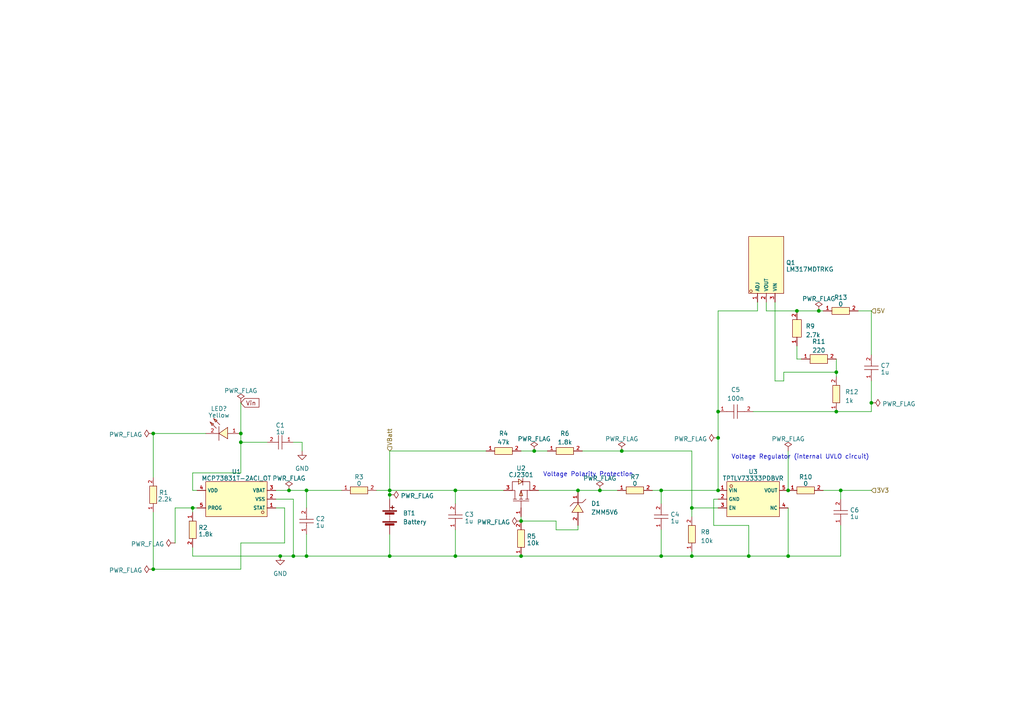
<source format=kicad_sch>
(kicad_sch (version 20230121) (generator eeschema)
  (paper "A4")
  (title_block (title "EEE3088F Power Subsystem ") (date "2023-03-18") (rev "V3") (company "University of Cape Town ") (comment 1 "Group 11") (comment 2 "Gathuku Matheri") (comment 3 "MTHMAT001"))
  (lib_symbols
    (symbol "0 resistor:0603WAF0000T5E" (pin_names hide)
      (property "Reference" "R" (at 0 1.27 0))
      (property "Value" "0603WAF0000T5E" (at 0 -2.54 0))
      (symbol "0603WAF0000T5E_0_1"
        (rectangle (start -2.54 1.016) (end 2.54 -1.016) (fill (type background)))
        (pin input line (at -5.08 0 0) (length 2.54) (name "1") (number "1"))
        (pin input line (at 5.08 0 180) (length 2.54) (name "2") (number "2"))
      )
    )
    (symbol "0402WGF4702TCE:0402WGF4702TCE" (pin_names hide)
      (property "Reference" "R" (at 0 1.27 0))
      (property "Value" "0402WGF4702TCE" (at 0 -2.54 0))
      (symbol "0402WGF4702TCE_0_1"
        (rectangle (start -2.54 1.016) (end 2.54 -1.016) (fill (type background)))
        (pin input line (at -5.08 0 0) (length 2.54) (name "1") (number "1"))
        (pin input line (at 5.08 0 180) (length 2.54) (name "2") (number "2"))
      )
    )
    (symbol "0603WAF1801T5E:0603WAF1801T5E" (pin_names hide)
      (property "Reference" "R" (at 0 1.27 0))
      (property "Value" "0603WAF1801T5E" (at 0 -2.54 0))
      (symbol "0603WAF1801T5E_0_1"
        (rectangle (start -2.54 1.016) (end 2.54 -1.016) (fill (type background)))
        (pin input line (at -5.08 0 0) (length 2.54) (name "1") (number "1"))
        (pin input line (at 5.08 0 180) (length 2.54) (name "2") (number "2"))
      )
    )
    (symbol "0805W8F1002T5E:0805W8F1002T5E" (pin_names hide)
      (property "Reference" "R" (at 0 1.27 0))
      (property "Value" "0805W8F1002T5E" (at 0 -2.54 0))
      (symbol "0805W8F1002T5E_0_1"
        (rectangle (start -2.54 1.016) (end 2.54 -1.016) (fill (type background)))
        (pin input line (at -5.08 0 0) (length 2.54) (name "1") (number "1"))
        (pin input line (at 5.08 0 180) (length 2.54) (name "2") (number "2"))
      )
    )
    (symbol "1.8k resistor:0603WAF1801T5E" (pin_names hide)
      (property "Reference" "R" (at 0 1.27 0))
      (property "Value" "0603WAF1801T5E" (at 0 -2.54 0))
      (symbol "0603WAF1801T5E_0_1"
        (rectangle (start -2.54 1.016) (end 2.54 -1.016) (fill (type background)))
        (pin input line (at -5.08 0 0) (length 2.54) (name "1") (number "1"))
        (pin input line (at 5.08 0 180) (length 2.54) (name "2") (number "2"))
      )
    )
    (symbol "10k resistor:0805W8F1002T5E" (pin_names hide)
      (property "Reference" "R" (at 0 1.27 0))
      (property "Value" "0805W8F1002T5E" (at 0 -2.54 0))
      (symbol "0805W8F1002T5E_0_1"
        (rectangle (start -2.54 1.016) (end 2.54 -1.016) (fill (type background)))
        (pin input line (at -5.08 0 0) (length 2.54) (name "1") (number "1"))
        (pin input line (at 5.08 0 180) (length 2.54) (name "2") (number "2"))
      )
    )
    (symbol "17-21SUYC_TR8:17-21SUYC_TR8" (pin_names hide)
      (property "Reference" "LED" (at 0 1.27 0))
      (property "Value" "17-21SUYC_TR8" (at 0 -2.54 0))
      (symbol "17-21SUYC_TR8_0_1"
        (polyline (pts (xy -2.032 1.524) (xy -3.81 3.302)))
        (polyline (pts (xy -1.27 2.032) (xy -1.27 -2.032)))
        (polyline (pts (xy -1.016 2.54) (xy -2.794 4.318)))
        (polyline (pts (xy -3.81 3.302) (xy -2.794 2.794) (xy -3.302 2.286) (xy -3.81 3.302)) (fill (type background)))
        (polyline (pts (xy -2.794 4.318) (xy -1.778 3.81) (xy -2.286 3.302) (xy -2.794 4.318)) (fill (type background)))
        (polyline (pts (xy 1.27 -1.524) (xy -1.27 0) (xy 1.27 1.778) (xy 1.27 -1.524)) (fill (type background)))
        (pin unspecified line (at 5.08 0 180) (length 3.81) (name "+") (number "1"))
        (pin unspecified line (at -5.08 0 0) (length 3.81) (name "-") (number "2"))
      )
    )
    (symbol "1u ceramic capacitor:CL21B105KBFNNNE" (pin_names hide)
      (property "Reference" "C" (at 0 1.27 0))
      (property "Value" "CL21B105KBFNNNE" (at 0 -2.54 0))
      (symbol "CL21B105KBFNNNE_0_1"
        (polyline (pts (xy -1.27 0) (xy -0.508 0)))
        (polyline (pts (xy -0.508 2.032) (xy -0.508 -2.032)))
        (polyline (pts (xy 0.508 0) (xy 1.27 0)))
        (polyline (pts (xy 0.508 2.032) (xy 0.508 -2.032)))
        (pin input line (at -3.81 0 0) (length 2.54) (name "1") (number "1"))
        (pin input line (at 3.81 0 180) (length 2.54) (name "2") (number "2"))
      )
    )
    (symbol "2.2k resistor:0805W8F2201T5E" (pin_names hide)
      (property "Reference" "R" (at 0 1.27 0))
      (property "Value" "0805W8F2201T5E" (at 0 -2.54 0))
      (symbol "0805W8F2201T5E_0_1"
        (rectangle (start -2.54 1.016) (end 2.54 -1.016) (fill (type background)))
        (pin input line (at -5.08 0 0) (length 2.54) (name "1") (number "1"))
        (pin input line (at 5.08 0 180) (length 2.54) (name "2") (number "2"))
      )
    )
    (symbol "3V3 Voltage Reg:TPTLV73333PDBVR"
      (property "Reference" "U" (at 0 1.27 0))
      (property "Value" "TPTLV73333PDBVR" (at 0 -2.54 0))
      (symbol "TPTLV73333PDBVR_0_1"
        (rectangle (start -7.62 5.08) (end 7.62 -5.08) (fill (type background)))
        (circle (center -6.35 3.81) (radius 0.381) (fill (type background)))
        (pin unspecified line (at -10.16 2.54 0) (length 2.54) (name "VIN") (number "1"))
        (pin unspecified line (at -10.16 0 0) (length 2.54) (name "GND") (number "2"))
        (pin unspecified line (at -10.16 -2.54 0) (length 2.54) (name "EN") (number "3"))
        (pin unspecified line (at 10.16 -2.54 180) (length 2.54) (name "NC") (number "4"))
        (pin unspecified line (at 10.16 2.54 180) (length 2.54) (name "VOUT") (number "5"))
      )
    )
    (symbol "5V Voltage Reg:LM317MDTRKG"
      (property "Reference" "Q" (at 0 1.27 0))
      (property "Value" "LM317MDTRKG" (at 0 -2.54 0))
      (symbol "LM317MDTRKG_0_1"
        (rectangle (start -6.35 5.08) (end 10.16 -5.08) (fill (type background)))
        (circle (center -5.715 4.445) (radius 0.381) (fill (type background)))
        (pin unspecified line (at -8.89 2.54 0) (length 2.54) (name "ADJ") (number "1"))
        (pin unspecified line (at -8.89 0 0) (length 2.54) (name "VOUT") (number "2"))
        (pin unspecified line (at -8.89 -2.54 0) (length 2.54) (name "VIN") (number "3"))
      )
    )
    (symbol "ARG03BTC1001:ARG03BTC1001" (pin_names hide)
      (property "Reference" "R" (at 0 1.27 0))
      (property "Value" "ARG03BTC1001" (at 0 -2.54 0))
      (symbol "ARG03BTC1001_0_1"
        (rectangle (start -2.54 1.016) (end 2.54 -1.016) (fill (type background)))
        (pin unspecified line (at -5.08 0 0) (length 2.54) (name "1") (number "1"))
        (pin unspecified line (at 5.08 0 180) (length 2.54) (name "2") (number "2"))
      )
    )
    (symbol "Battery Charger:MCP73831T-2ACI_OT"
      (property "Reference" "U" (at 0 1.27 0))
      (property "Value" "MCP73831T-2ACI_OT" (at 0 -2.54 0))
      (symbol "MCP73831T-2ACI_OT_0_1"
        (rectangle (start -8.89 5.08) (end 8.89 -5.08) (fill (type background)))
        (circle (center -7.62 3.81) (radius 0.381) (fill (type background)))
        (pin unspecified line (at -11.43 2.54 0) (length 2.54) (name "STAT") (number "1"))
        (pin unspecified line (at -11.43 0 0) (length 2.54) (name "VSS") (number "2"))
        (pin unspecified line (at -11.43 -2.54 0) (length 2.54) (name "VBAT") (number "3"))
        (pin unspecified line (at 11.43 -2.54 180) (length 2.54) (name "VDD") (number "4"))
        (pin unspecified line (at 11.43 2.54 180) (length 2.54) (name "PROG") (number "5"))
      )
    )
    (symbol "CC0603KRX7R9BB104:CC0603KRX7R9BB104" (pin_names hide)
      (property "Reference" "C" (at 0 1.27 0))
      (property "Value" "CC0603KRX7R9BB104" (at 0 -2.54 0))
      (symbol "CC0603KRX7R9BB104_0_1"
        (polyline (pts (xy -0.508 -2.032) (xy -0.508 2.032)))
        (polyline (pts (xy -0.508 0) (xy -2.54 0)))
        (polyline (pts (xy 0.508 2.032) (xy 0.508 -2.032)))
        (polyline (pts (xy 2.54 0) (xy 0.508 0)))
        (pin unspecified line (at -5.08 0 0) (length 2.54) (name "1") (number "1"))
        (pin unspecified line (at 5.08 0 180) (length 2.54) (name "2") (number "2"))
      )
    )
    (symbol "CR0603F2K70P05Z:CR0603F2K70P05Z" (pin_names hide)
      (property "Reference" "R" (at 0 1.27 0))
      (property "Value" "CR0603F2K70P05Z" (at 0 -2.54 0))
      (symbol "CR0603F2K70P05Z_0_1"
        (rectangle (start -2.54 1.27) (end 2.54 -1.27) (fill (type background)))
        (pin unspecified line (at -5.08 0 0) (length 2.54) (name "1") (number "1"))
        (pin unspecified line (at 5.08 0 180) (length 2.54) (name "2") (number "2"))
      )
    )
    (symbol "Device:Battery" (pin_numbers hide) (pin_names (offset 0) hide)
      (property "Reference" "BT" (at 2.54 2.54 0))
      (property "Value" "Battery" (at 2.54 0 0))
      (symbol "Battery_0_1"
        (rectangle (start -2.032 -1.397) (end 2.032 -1.651) (fill (type outline)))
        (rectangle (start -2.032 1.778) (end 2.032 1.524) (fill (type outline)))
        (rectangle (start -1.3208 -1.9812) (end 1.27 -2.4892) (fill (type outline)))
        (rectangle (start -1.3208 1.1938) (end 1.27 0.6858) (fill (type outline)))
        (polyline (pts (xy 0 -1.524) (xy 0 -1.27)))
        (polyline (pts (xy 0 -1.016) (xy 0 -0.762)))
        (polyline (pts (xy 0 -0.508) (xy 0 -0.254)))
        (polyline (pts (xy 0 0) (xy 0 0.254)))
        (polyline (pts (xy 0 0.508) (xy 0 0.762)))
        (polyline (pts (xy 0 1.778) (xy 0 2.54)))
        (polyline (pts (xy 0.254 2.667) (xy 1.27 2.667)) (stroke (width 0.254)))
        (polyline (pts (xy 0.762 3.175) (xy 0.762 2.159)) (stroke (width 0.254)))
      )
      (symbol "Battery_1_1"
        (pin passive line (at 0 5.08 270) (length 2.54) (name "+") (number "1"))
        (pin passive line (at 0 -5.08 90) (length 2.54) (name "-") (number "2"))
      )
    )
    (symbol "MOSFET:CJ2301" (pin_names hide)
      (property "Reference" "U" (at 0 1.27 0))
      (property "Value" "CJ2301" (at 0 -2.54 0))
      (symbol "CJ2301_0_1"
        (polyline (pts (xy -5.08 0) (xy -3.048 0)))
        (polyline (pts (xy -3.048 2.286) (xy -3.048 -2.286)))
        (polyline (pts (xy -2.54 -2.286) (xy -2.54 -1.27)))
        (polyline (pts (xy -2.54 -0.508) (xy -2.54 0.508)))
        (polyline (pts (xy -2.54 2.286) (xy -2.54 1.27)))
        (polyline (pts (xy 0 -1.778) (xy -2.54 -1.778)))
        (polyline (pts (xy 0 0) (xy -1.524 0.508) (xy -1.524 -0.508) (xy 0 0)) (fill (type background)))
        (polyline (pts (xy 1.524 -0.508) (xy 2.032 -0.508) (xy 3.048 -0.508) (xy 3.556 -0.508)))
        (polyline (pts (xy 2.54 -0.508) (xy 3.302 0.762) (xy 1.778 0.762) (xy 2.54 -0.508)) (fill (type background)))
        (polyline (pts (xy -2.54 0) (xy 0 0) (xy 0 -2.54) (xy 2.54 -2.54) (xy 2.54 -2.54) (xy 2.54 0)))
        (polyline (pts (xy -2.54 1.778) (xy 0 1.778) (xy 0 2.54) (xy 2.54 2.54) (xy 2.54 2.54) (xy 2.54 0.508)))
        (pin unspecified line (at -7.62 0 0) (length 2.54) (name "G") (number "1"))
        (pin unspecified line (at 0 -5.08 90) (length 2.54) (name "S") (number "2"))
        (pin unspecified line (at 0 5.08 270) (length 2.54) (name "D") (number "3"))
      )
    )
    (symbol "ZMM5V6:ZMM5V6" (pin_names hide)
      (property "Reference" "D" (at 0 1.27 0))
      (property "Value" "ZMM5V6" (at 0 -2.54 0))
      (symbol "ZMM5V6_0_1"
        (polyline (pts (xy -2.54 2.286) (xy -1.524 1.27) (xy -1.524 -1.27) (xy -0.508 -2.286)))
        (polyline (pts (xy 1.27 1.524) (xy -1.27 0) (xy 1.27 -1.778) (xy 1.27 1.524)) (fill (type background)))
        (pin unspecified line (at -5.08 0 0) (length 3.81) (name "C") (number "1"))
        (pin unspecified line (at 5.08 0 180) (length 3.81) (name "A") (number "2"))
      )
    )
    (symbol "power:GND" (power) (pin_names (offset 0))
      (property "Value" "GND" (at 0 -3.81 0))
      (symbol "GND_0_1"
        (polyline (pts (xy 0 0) (xy 0 -1.27) (xy 1.27 -1.27) (xy 0 -2.54) (xy -1.27 -1.27) (xy 0 -1.27)))
      )
      (symbol "GND_1_1"
        (pin power_in line (at 0 0 270) (length 0) hide (name "GND") (number "1"))
      )
    )
    (symbol "power:PWR_FLAG" (power) (pin_numbers hide) (pin_names (offset 0) hide)
      (property "Value" "PWR_FLAG" (at 0 3.81 0))
      (symbol "PWR_FLAG_0_0"
        (pin power_out line (at 0 0 90) (length 0) (name "pwr") (number "1"))
      )
      (symbol "PWR_FLAG_0_1"
        (polyline (pts (xy 0 0) (xy 0 1.27) (xy -1.016 1.905) (xy 0 2.54) (xy 1.016 1.905) (xy 0 1.27)))
      )
    )
  )
  (junction (at 191.77 161.29))
  (junction (at 242.57 119.38))
  (junction (at 113.03 143.51))
  (junction (at 231.14 90.17))
  (junction (at 180.34 130.81))
  (junction (at 44.45 125.73))
  (junction (at 208.28 119.38))
  (junction (at 55.88 147.32))
  (junction (at 151.13 161.29))
  (junction (at 208.28 142.24))
  (junction (at 242.57 107.95))
  (junction (at 83.82 142.24))
  (junction (at 69.85 128.27))
  (junction (at 200.66 147.32))
  (junction (at 81.28 161.29))
  (junction (at 252.73 116.84))
  (junction (at 44.45 165.1))
  (junction (at 237.49 90.17))
  (junction (at 154.94 130.81))
  (junction (at 217.17 161.29))
  (junction (at 167.64 142.24))
  (junction (at 132.08 161.29))
  (junction (at 88.9 142.24))
  (junction (at 243.84 142.24))
  (junction (at 151.13 151.13))
  (junction (at 200.66 161.29))
  (junction (at 113.03 161.29))
  (junction (at 208.28 127))
  (junction (at 113.03 142.24))
  (junction (at 173.99 142.24))
  (junction (at 88.9 161.29))
  (junction (at 85.09 161.29))
  (junction (at 228.6 161.29))
  (junction (at 228.6 142.24))
  (junction (at 69.85 125.73))
  (junction (at 191.77 142.24))
  (junction (at 132.08 142.24))
  (wire (pts (xy 222.25 87.63) (xy 222.25 90.17)))
  (wire (pts (xy 88.9 142.24) (xy 88.9 147.32)))
  (wire (pts (xy 161.29 153.67) (xy 161.29 151.13)))
  (wire (pts (xy 242.57 104.14) (xy 242.57 107.95)))
  (wire (pts (xy 113.03 161.29) (xy 132.08 161.29)))
  (wire (pts (xy 207.01 152.4) (xy 217.17 152.4)))
  (wire (pts (xy 88.9 161.29) (xy 113.03 161.29)))
  (wire (pts (xy 231.14 104.14) (xy 232.41 104.14)))
  (wire (pts (xy 80.01 144.78) (xy 85.09 144.78)))
  (wire (pts (xy 151.13 130.81) (xy 154.94 130.81)))
  (wire (pts (xy 82.55 157.48) (xy 69.85 157.48)))
  (wire (pts (xy 180.34 130.81) (xy 200.66 130.81)))
  (wire (pts (xy 113.03 154.94) (xy 113.03 161.29)))
  (wire (pts (xy 69.85 125.73) (xy 69.85 128.27)))
  (wire (pts (xy 113.03 142.24) (xy 132.08 142.24)))
  (wire (pts (xy 167.64 142.24) (xy 173.99 142.24)))
  (wire (pts (xy 50.8 157.48) (xy 50.8 147.32)))
  (wire (pts (xy 55.88 137.16) (xy 55.88 142.24)))
  (wire (pts (xy 88.9 142.24) (xy 99.06 142.24)))
  (wire (pts (xy 208.28 119.38) (xy 208.28 127)))
  (wire (pts (xy 200.66 160.02) (xy 200.66 161.29)))
  (wire (pts (xy 252.73 116.84) (xy 252.73 119.38)))
  (wire (pts (xy 85.09 128.27) (xy 87.63 128.27)))
  (wire (pts (xy 208.28 147.32) (xy 200.66 147.32)))
  (wire (pts (xy 231.14 90.17) (xy 237.49 90.17)))
  (wire (pts (xy 151.13 149.86) (xy 151.13 151.13)))
  (wire (pts (xy 44.45 148.59) (xy 44.45 165.1)))
  (wire (pts (xy 85.09 144.78) (xy 85.09 161.29)))
  (wire (pts (xy 55.88 142.24) (xy 57.15 142.24)))
  (wire (pts (xy 228.6 147.32) (xy 228.6 161.29)))
  (wire (pts (xy 113.03 130.81) (xy 113.03 142.24)))
  (wire (pts (xy 69.85 157.48) (xy 69.85 165.1)))
  (wire (pts (xy 69.85 116.84) (xy 69.85 125.73)))
  (wire (pts (xy 238.76 142.24) (xy 243.84 142.24)))
  (wire (pts (xy 156.21 142.24) (xy 167.64 142.24)))
  (wire (pts (xy 82.55 147.32) (xy 82.55 157.48)))
  (wire (pts (xy 248.92 90.17) (xy 252.73 90.17)))
  (wire (pts (xy 242.57 107.95) (xy 227.33 107.95)))
  (wire (pts (xy 161.29 151.13) (xy 151.13 151.13)))
  (wire (pts (xy 167.64 153.67) (xy 161.29 153.67)))
  (wire (pts (xy 55.88 147.32) (xy 55.88 148.59)))
  (wire (pts (xy 208.28 90.17) (xy 219.71 90.17)))
  (wire (pts (xy 55.88 158.75) (xy 55.88 161.29)))
  (wire (pts (xy 218.44 119.38) (xy 242.57 119.38)))
  (wire (pts (xy 242.57 119.38) (xy 252.73 119.38)))
  (wire (pts (xy 132.08 146.05) (xy 132.08 142.24)))
  (wire (pts (xy 83.82 142.24) (xy 88.9 142.24)))
  (wire (pts (xy 113.03 143.51) (xy 113.03 144.78)))
  (wire (pts (xy 227.33 107.95) (xy 227.33 110.49)))
  (wire (pts (xy 252.73 110.49) (xy 252.73 116.84)))
  (wire (pts (xy 243.84 142.24) (xy 243.84 144.78)))
  (wire (pts (xy 77.47 128.27) (xy 69.85 128.27)))
  (wire (pts (xy 243.84 152.4) (xy 243.84 161.29)))
  (wire (pts (xy 85.09 161.29) (xy 81.28 161.29)))
  (wire (pts (xy 44.45 125.73) (xy 44.45 138.43)))
  (wire (pts (xy 242.57 107.95) (xy 242.57 109.22)))
  (wire (pts (xy 88.9 154.94) (xy 88.9 161.29)))
  (wire (pts (xy 154.94 130.81) (xy 158.75 130.81)))
  (wire (pts (xy 208.28 127) (xy 208.28 142.24)))
  (wire (pts (xy 222.25 90.17) (xy 231.14 90.17)))
  (wire (pts (xy 207.01 144.78) (xy 208.28 144.78)))
  (wire (pts (xy 227.33 110.49) (xy 224.79 110.49)))
  (wire (pts (xy 55.88 147.32) (xy 57.15 147.32)))
  (wire (pts (xy 88.9 161.29) (xy 85.09 161.29)))
  (wire (pts (xy 140.97 130.81) (xy 113.03 130.81)))
  (wire (pts (xy 132.08 161.29) (xy 151.13 161.29)))
  (wire (pts (xy 217.17 152.4) (xy 217.17 161.29)))
  (wire (pts (xy 80.01 142.24) (xy 83.82 142.24)))
  (wire (pts (xy 167.64 152.4) (xy 167.64 153.67)))
  (wire (pts (xy 200.66 130.81) (xy 200.66 147.32)))
  (wire (pts (xy 189.23 142.24) (xy 191.77 142.24)))
  (wire (pts (xy 87.63 128.27) (xy 87.63 130.81)))
  (wire (pts (xy 228.6 130.81) (xy 228.6 142.24)))
  (wire (pts (xy 69.85 137.16) (xy 55.88 137.16)))
  (wire (pts (xy 168.91 130.81) (xy 180.34 130.81)))
  (wire (pts (xy 44.45 125.73) (xy 59.69 125.73)))
  (wire (pts (xy 208.28 90.17) (xy 208.28 119.38)))
  (wire (pts (xy 173.99 142.24) (xy 179.07 142.24)))
  (wire (pts (xy 224.79 87.63) (xy 224.79 110.49)))
  (wire (pts (xy 191.77 146.05) (xy 191.77 142.24)))
  (wire (pts (xy 151.13 161.29) (xy 191.77 161.29)))
  (wire (pts (xy 243.84 142.24) (xy 252.73 142.24)))
  (wire (pts (xy 44.45 165.1) (xy 69.85 165.1)))
  (wire (pts (xy 191.77 161.29) (xy 200.66 161.29)))
  (wire (pts (xy 69.85 128.27) (xy 69.85 137.16)))
  (wire (pts (xy 113.03 142.24) (xy 113.03 143.51)))
  (wire (pts (xy 200.66 147.32) (xy 200.66 149.86)))
  (wire (pts (xy 217.17 161.29) (xy 228.6 161.29)))
  (wire (pts (xy 109.22 142.24) (xy 113.03 142.24)))
  (wire (pts (xy 80.01 147.32) (xy 82.55 147.32)))
  (wire (pts (xy 200.66 161.29) (xy 217.17 161.29)))
  (wire (pts (xy 55.88 161.29) (xy 81.28 161.29)))
  (wire (pts (xy 207.01 144.78) (xy 207.01 152.4)))
  (wire (pts (xy 252.73 90.17) (xy 252.73 102.87)))
  (wire (pts (xy 231.14 100.33) (xy 231.14 104.14)))
  (wire (pts (xy 50.8 147.32) (xy 55.88 147.32)))
  (wire (pts (xy 191.77 142.24) (xy 208.28 142.24)))
  (wire (pts (xy 219.71 87.63) (xy 219.71 90.17)))
  (wire (pts (xy 228.6 161.29) (xy 243.84 161.29)))
  (wire (pts (xy 132.08 142.24) (xy 146.05 142.24)))
  (wire (pts (xy 237.49 90.17) (xy 238.76 90.17)))
  (wire (pts (xy 132.08 153.67) (xy 132.08 161.29)))
  (wire (pts (xy 191.77 153.67) (xy 191.77 161.29)))
  (text "Voltage Regulator (internal UVLO circuit)" (at 212.09 133.35 0) (effects (font (size 1.27 1.27)) (justify left bottom)))
  (text "Voltage Polarity Protection" (at 157.48 138.43 0) (effects (font (size 1.27 1.27)) (justify left bottom)))
  (global_label "Vin" (shape input) (at 69.85 116.84 0) (property "Intersheetrefs" "${INTERSHEET_REFS}" (effects hide)))
  (hierarchical_label "3V3" (shape input) (at 252.73 142.24 0))
  (hierarchical_label "5V" (shape input) (at 252.73 90.17 0))
  (hierarchical_label "VBatt" (shape input) (at 113.03 130.81 90))
  (symbol (lib_id "ARG03BTC1001:ARG03BTC1001") (at 242.57 114.3 90) (unit 1)
    (property "Reference" "R12" (at 245.11 113.665 90) (effects (justify right)))
    (property "Value" "1k" (at 245.11 116.205 90) (effects (justify right)))
    (property "Footprint" "1k resistor:R0603" (effects hide))
    (property "Datasheet" "https://www.mouser.in/datasheet/2/447/PYu_RT_1_to_0_01_RoHS_L_11-1669912.pdf" (effects hide))
    (property "LCSC" "C309080" (effects hide))
    (property "Resistance" "1kΩ" (effects hide))
    (instances (project "Assignment 3" (path "" (reference "R12") (unit 1))) (project "Power System" (path "" (reference "R?") (unit 1))))
  )
  (symbol (lib_id "CR0603F2K70P05Z:CR0603F2K70P05Z") (at 231.14 95.25 90) (unit 1)
    (property "Reference" "R9" (at 233.68 94.615 90) (effects (justify right)))
    (property "Value" "2.7k" (at 233.68 97.155 90) (effects (justify right)))
    (property "Footprint" "2.7k resistor:R0603" (effects hide))
    (property "Datasheet" "https://www.mouser.in/datasheet/2/447/PYu_RT_1_to_0_01_RoHS_L_11-1669912.pdf" (effects hide))
    (property "LCSC" "C881334" (effects hide))
    (property "Resistance" "2.7kΩ" (effects hide))
    (instances (project "Assignment 3" (path "" (reference "R9") (unit 1))) (project "Power System" (path "" (reference "R?") (unit 1))))
  )
  (symbol (lib_id "2.2k resistor:0805W8F2201T5E") (at 44.45 143.51 90) (unit 1)
    (property "Reference" "R1" (at 46.101 142.8663 90) (effects (justify right)))
    (property "Value" "2.2k" (at 45.72 144.78 90) (effects (justify right)))
    (property "Footprint" "2.2k resistor:R0805" (effects hide))
    (property "Datasheet" "https://item.szlcsc.com/142685.html" (effects hide))
    (property "LCSC" "C17520" (effects hide))
    (property "Resistance" "2.2kΩ" (effects hide))
  )
  (symbol (lib_id "1u ceramic capacitor:CL21B105KBFNNNE") (at 88.9 151.13 90) (unit 1)
    (property "Reference" "C2" (at 91.567 150.4863 90) (effects (justify right)))
    (property "Value" "1u" (at 91.567 152.4073 90) (effects (justify right)))
    (property "Footprint" "1u ceramic capacitor:C0805" (effects hide))
    (property "Datasheet" "https://item.szlcsc.com/373011.html" (effects hide))
    (property "LCSC" "C28323" (effects hide))
    (property "Capacitance" "1uF" (effects hide))
  )
  (symbol (lib_id "10k resistor:0805W8F1002T5E") (at 151.13 156.21 90) (unit 1)
    (property "Reference" "R5" (at 152.781 155.5663 90) (effects (justify right)))
    (property "Value" "10k" (at 152.781 157.4873 90) (effects (justify right)))
    (property "Footprint" "10k resistor:R0805" (effects hide))
    (property "Datasheet" "https://item.szlcsc.com/142685.html" (effects hide))
    (property "LCSC" "C17414" (effects hide))
    (property "Resistance" "10kΩ" (effects hide))
  )
  (symbol (lib_id "power:PWR_FLAG") (at 44.45 125.73 90) (unit 1)
    (property "Reference" "#FLG01" (effects hide))
    (property "Value" "PWR_FLAG" (at 41.2751 126.0468 90) (effects (justify left)))
  )
  (symbol (lib_id "0 resistor:0603WAF0000T5E") (at 233.68 142.24 0) (unit 1)
    (property "Reference" "R10" (at 233.68 138.3411 0))
    (property "Value" "0" (at 233.68 140.2621 0))
    (property "Footprint" "0 resistor:R0603" (effects hide))
    (property "Datasheet" "https://www.mouser.in/datasheet/2/447/PYu_RT_1_to_0_01_RoHS_L_11-1669912.pdf" (effects hide))
    (property "LCSC" "C21189" (effects hide))
    (property "Resistance" "0Ω" (effects hide))
  )
  (symbol (lib_id "0 resistor:0603WAF0000T5E") (at 104.14 142.24 0) (unit 1)
    (property "Reference" "R3" (at 104.14 138.3411 0))
    (property "Value" "0" (at 104.14 140.2621 0))
    (property "Footprint" "0 resistor:R0603" (effects hide))
    (property "Datasheet" "https://www.mouser.in/datasheet/2/447/PYu_RT_1_to_0_01_RoHS_L_11-1669912.pdf" (effects hide))
    (property "LCSC" "C21189" (effects hide))
    (property "Resistance" "0Ω" (effects hide))
  )
  (symbol (lib_id "5V Voltage Reg:LM317MDTRKG") (at 222.25 78.74 90) (unit 1)
    (property "Reference" "Q1" (at 227.965 76.1913 90) (effects (justify right)))
    (property "Value" "LM317MDTRKG" (at 227.965 78.1123 90) (effects (justify right)))
    (property "Footprint" "5V Voltage Reg:TO-252-2_L6.6-W6.1-P4.57-LS9.9-BR-CW" (effects hide))
    (property "Datasheet" "https://item.szlcsc.com/176608.html" (effects hide))
    (property "LCSC" "C191896" (effects hide))
  )
  (symbol (lib_id "1.8k resistor:0603WAF1801T5E") (at 55.88 153.67 270) (unit 1)
    (property "Reference" "R2" (at 57.531 153.0263 90) (effects (justify left)))
    (property "Value" "1.8k" (at 57.531 154.9473 90) (effects (justify left)))
    (property "Footprint" "1.8k resistor:R0603" (effects hide))
    (property "Datasheet" "https://www.mouser.in/datasheet/2/447/PYu_RT_1_to_0_01_RoHS_L_11-1669912.pdf" (effects hide))
    (property "LCSC" "C4177" (effects hide))
    (property "Resistance" "1.8kΩ" (effects hide))
  )
  (symbol (lib_id "1u ceramic capacitor:CL21B105KBFNNNE") (at 81.28 128.27 180) (unit 1)
    (property "Reference" "C1" (at 81.28 123.3551 0))
    (property "Value" "1u" (at 81.28 125.2761 0))
    (property "Footprint" "1u ceramic capacitor:C0805" (effects hide))
    (property "Datasheet" "https://item.szlcsc.com/373011.html" (effects hide))
    (property "LCSC" "C28323" (effects hide))
    (property "Capacitance" "1uF" (effects hide))
  )
  (symbol (lib_id "power:PWR_FLAG") (at 208.28 127 90) (unit 1)
    (property "Reference" "#FLG011" (effects hide))
    (property "Value" "PWR_FLAG" (at 205.1051 127.3168 90) (effects (justify left)))
  )
  (symbol (lib_id "Device:Battery") (at 113.03 149.86 0) (unit 1)
    (property "Reference" "BT1" (at 116.84 148.844 0) (effects (justify left)))
    (property "Value" "Battery" (at 116.84 151.384 0) (effects (justify left)))
    (instances (project "Assignment 3" (path "" (reference "BT1") (unit 1))) (project "Power System" (path "" (reference "BT?") (unit 1))))
  )
  (symbol (lib_id "power:PWR_FLAG") (at 237.49 90.17 0) (unit 1)
    (property "Reference" "#FLG013" (effects hide))
    (property "Value" "PWR_FLAG" (at 237.49 86.6681 0))
  )
  (symbol (lib_id "power:GND") (at 81.28 161.29 0) (unit 1)
    (property "Reference" "#PWR01" (effects hide))
    (property "Value" "GND" (at 81.28 166.37 0))
    (instances (project "Assignment 3" (path "" (reference "#PWR01") (unit 1))) (project "Power System" (path "" (reference "#PWR?") (unit 1))))
  )
  (symbol (lib_id "power:PWR_FLAG") (at 50.8 157.48 90) (unit 1)
    (property "Reference" "#FLG03" (effects hide))
    (property "Value" "PWR_FLAG" (at 47.6251 157.7968 90) (effects (justify left)))
  )
  (symbol (lib_id "0402WGF4702TCE:0402WGF4702TCE") (at 146.05 130.81 0) (unit 1)
    (property "Reference" "R4" (at 146.05 125.73 0))
    (property "Value" "47k" (at 146.05 128.27 0))
    (property "Footprint" "47k resistor:R0402" (effects hide))
    (property "Datasheet" "https://item.szlcsc.com/323315.html" (effects hide))
    (property "LCSC" "C25792" (effects hide))
    (property "Resistance" "47kΩ" (effects hide))
    (instances (project "Assignment 3" (path "" (reference "R4") (unit 1))) (project "Power System" (path "" (reference "R?") (unit 1))))
  )
  (symbol (lib_id "power:PWR_FLAG") (at 113.03 143.51 270) (unit 1)
    (property "Reference" "#FLG06" (effects hide))
    (property "Value" "PWR_FLAG" (at 116.205 143.8268 90) (effects (justify left)))
  )
  (symbol (lib_id "power:PWR_FLAG") (at 69.85 116.84 0) (unit 1)
    (property "Reference" "#FLG04" (effects hide))
    (property "Value" "PWR_FLAG" (at 69.85 113.3381 0))
  )
  (symbol (lib_id "1u ceramic capacitor:CL21B105KBFNNNE") (at 243.84 148.59 90) (unit 1)
    (property "Reference" "C6" (at 246.507 147.9463 90) (effects (justify right)))
    (property "Value" "1u" (at 246.507 149.8673 90) (effects (justify right)))
    (property "Footprint" "1u ceramic capacitor:C0805" (effects hide))
    (property "Datasheet" "https://item.szlcsc.com/373011.html" (effects hide))
    (property "LCSC" "C28323" (effects hide))
    (property "Capacitance" "1uF" (effects hide))
  )
  (symbol (lib_id "1u ceramic capacitor:CL21B105KBFNNNE") (at 252.73 106.68 90) (unit 1)
    (property "Reference" "C7" (at 255.397 106.0363 90) (effects (justify right)))
    (property "Value" "1u" (at 255.397 107.9573 90) (effects (justify right)))
    (property "Footprint" "1u ceramic capacitor:C0805" (effects hide))
    (property "Datasheet" "https://item.szlcsc.com/373011.html" (effects hide))
    (property "LCSC" "C28323" (effects hide))
    (property "Capacitance" "1uF" (effects hide))
  )
  (symbol (lib_id "power:PWR_FLAG") (at 180.34 130.81 0) (unit 1)
    (property "Reference" "#FLG010" (effects hide))
    (property "Value" "PWR_FLAG" (at 180.34 127.3081 0))
  )
  (symbol (lib_id "1u ceramic capacitor:CL21B105KBFNNNE") (at 132.08 149.86 90) (unit 1)
    (property "Reference" "C3" (at 134.747 149.2163 90) (effects (justify right)))
    (property "Value" "1u" (at 134.747 151.1373 90) (effects (justify right)))
    (property "Footprint" "1u ceramic capacitor:C0805" (effects hide))
    (property "Datasheet" "https://item.szlcsc.com/373011.html" (effects hide))
    (property "LCSC" "C28323" (effects hide))
    (property "Capacitance" "1uF" (effects hide))
  )
  (symbol (lib_id "0 resistor:0603WAF0000T5E") (at 243.84 90.17 0) (unit 1)
    (property "Reference" "R13" (at 243.84 86.2711 0))
    (property "Value" "0" (at 243.84 88.1921 0))
    (property "Footprint" "0 resistor:R0603" (effects hide))
    (property "Datasheet" "https://www.mouser.in/datasheet/2/447/PYu_RT_1_to_0_01_RoHS_L_11-1669912.pdf" (effects hide))
    (property "LCSC" "C21189" (effects hide))
    (property "Resistance" "0Ω" (effects hide))
  )
  (symbol (lib_id "power:GND") (at 87.63 130.81 0) (unit 1)
    (property "Reference" "#PWR02" (effects hide))
    (property "Value" "GND" (at 87.63 135.89 0))
    (instances (project "Assignment 3" (path "" (reference "#PWR02") (unit 1))) (project "Power System" (path "" (reference "#PWR?") (unit 1))))
  )
  (symbol (lib_id "power:PWR_FLAG") (at 154.94 130.81 0) (unit 1)
    (property "Reference" "#FLG08" (effects hide))
    (property "Value" "PWR_FLAG" (at 154.94 127.3081 0))
  )
  (symbol (lib_id "17-21SUYC_TR8:17-21SUYC_TR8") (at 64.77 125.73 0) (unit 1)
    (property "Reference" "LED?" (at 63.5 118.5291 0))
    (property "Value" "Yellow" (at 63.5 120.4501 0))
    (property "Footprint" "17-21SUYC_TR8:LED0805-R-RD" (effects hide))
    (property "Datasheet" "https://item.szlcsc.com/88042.html" (effects hide))
    (property "LCSC" "C2296" (effects hide))
    (instances (project "Assignment 3" (path "" (reference "LED?") (unit 1)) (path "" (reference "LED1") (unit 1))))
  )
  (symbol (lib_id "0805W8F1002T5E:0805W8F1002T5E") (at 200.66 154.94 90) (unit 1)
    (property "Reference" "R8" (at 203.2 154.305 90) (effects (justify right)))
    (property "Value" "10k" (at 203.2 156.845 90) (effects (justify right)))
    (property "Footprint" "10k resistor:R0805" (effects hide))
    (property "Datasheet" "https://item.szlcsc.com/142685.html" (effects hide))
    (property "LCSC" "C17414" (effects hide))
    (property "Resistance" "10kΩ" (effects hide))
    (instances (project "Assignment 3" (path "" (reference "R8") (unit 1))) (project "Power System" (path "" (reference "R?") (unit 1))))
  )
  (symbol (lib_id "CC0603KRX7R9BB104:CC0603KRX7R9BB104") (at 213.36 119.38 0) (unit 1)
    (property "Reference" "C5" (at 213.36 113.03 0))
    (property "Value" "100n" (at 213.36 115.57 0))
    (property "Footprint" "100n Ceramic cap:C0603" (effects hide))
    (property "Datasheet" "https://item.szlcsc.com/362304.html" (effects hide))
    (property "LCSC" "C14663" (effects hide))
    (property "Capacitance" "100nF" (effects hide))
    (instances (project "Assignment 3" (path "" (reference "C5") (unit 1))) (project "Power System" (path "" (reference "C?") (unit 1))))
  )
  (symbol (lib_id "power:PWR_FLAG") (at 44.45 165.1 90) (unit 1)
    (property "Reference" "#FLG02" (effects hide))
    (property "Value" "PWR_FLAG" (at 41.2751 165.4168 90) (effects (justify left)))
  )
  (symbol (lib_id "power:PWR_FLAG") (at 151.13 151.13 90) (unit 1)
    (property "Reference" "#FLG07" (effects hide))
    (property "Value" "PWR_FLAG" (at 147.9551 151.4468 90) (effects (justify left)))
  )
  (symbol (lib_id "power:PWR_FLAG") (at 228.6 130.81 0) (unit 1)
    (property "Reference" "#FLG012" (effects hide))
    (property "Value" "PWR_FLAG" (at 228.6 127.3081 0))
  )
  (symbol (lib_id "Battery Charger:MCP73831T-2ACI_OT") (at 68.58 144.78 180) (unit 1)
    (property "Reference" "U1" (at 68.58 136.8171 0))
    (property "Value" "MCP73831T-2ACI_OT" (at 68.58 138.7381 0))
    (property "Footprint" "Battery Charger:SOT-23-5_L3.0-W1.7-P0.95-LS2.8-BL" (effects hide))
    (property "Datasheet" "https://item.szlcsc.com/236104.html" (effects hide))
    (property "LCSC" "C424093" (effects hide))
  )
  (symbol (lib_id "1u ceramic capacitor:CL21B105KBFNNNE") (at 191.77 149.86 90) (unit 1)
    (property "Reference" "C4" (at 194.437 149.2163 90) (effects (justify right)))
    (property "Value" "1u" (at 194.437 151.1373 90) (effects (justify right)))
    (property "Footprint" "1u ceramic capacitor:C0805" (effects hide))
    (property "Datasheet" "https://item.szlcsc.com/373011.html" (effects hide))
    (property "LCSC" "C28323" (effects hide))
    (property "Capacitance" "1uF" (effects hide))
  )
  (symbol (lib_id "0 resistor:0603WAF0000T5E") (at 184.15 142.24 0) (unit 1)
    (property "Reference" "R7" (at 184.15 138.3411 0))
    (property "Value" "0" (at 184.15 140.2621 0))
    (property "Footprint" "0 resistor:R0603" (effects hide))
    (property "Datasheet" "https://www.mouser.in/datasheet/2/447/PYu_RT_1_to_0_01_RoHS_L_11-1669912.pdf" (effects hide))
    (property "LCSC" "C21189" (effects hide))
    (property "Resistance" "0Ω" (effects hide))
  )
  (symbol (lib_id "ZMM5V6:ZMM5V6") (at 167.64 147.32 270) (unit 1)
    (property "Reference" "D1" (at 171.45 146.05 90) (effects (justify left)))
    (property "Value" "ZMM5V6" (at 171.45 148.59 90) (effects (justify left)))
    (property "Footprint" "Zener Diode:LL-34_L3.5-W1.5-RD" (effects hide))
    (property "Datasheet" "https://item.szlcsc.com/85230.html" (effects hide))
    (property "LCSC" "C8062" (effects hide))
    (instances (project "Assignment 3" (path "" (reference "D1") (unit 1))) (project "Power System" (path "" (reference "D?") (unit 1))))
  )
  (symbol (lib_id "3V3 Voltage Reg:TPTLV73333PDBVR") (at 218.44 144.78 0) (unit 1)
    (property "Reference" "U3" (at 218.44 136.8171 0))
    (property "Value" "TPTLV73333PDBVR" (at 218.44 138.7381 0))
    (property "Footprint" "3V3 Voltage Reg:SOT-23-5_L3.0-W1.7-P0.95-LS2.8-BR" (effects hide))
    (property "Datasheet" "https://item.szlcsc.com/236104.html" (effects hide))
    (property "LCSC" "C2937043" (effects hide))
  )
  (symbol (lib_id "MOSFET:CJ2301") (at 151.13 142.24 90) (unit 1)
    (property "Reference" "U2" (at 151.13 135.8011 90))
    (property "Value" "CJ2301" (at 151.13 137.7221 90))
    (property "Footprint" "MOSFET:SOT-23-3_L2.9-W1.3-P1.90-LS2.4-BR" (effects hide))
    (property "Datasheet" "https://www.diodes.com/assets/Package-Files/SOT23.pdf" (effects hide))
    (property "LCSC" "C2910170" (effects hide))
  )
  (symbol (lib_id "power:PWR_FLAG") (at 173.99 142.24 0) (unit 1)
    (property "Reference" "#FLG09" (effects hide))
    (property "Value" "PWR_FLAG" (at 173.99 138.7381 0))
  )
  (symbol (lib_id "CR0603F2K70P05Z:CR0603F2K70P05Z") (at 237.49 104.14 0) (unit 1)
    (property "Reference" "R11" (at 237.49 99.06 0))
    (property "Value" "220" (at 237.49 101.6 0))
    (property "Footprint" "220 resistor:R0603" (effects hide))
    (property "Datasheet" "https://www.mouser.in/datasheet/2/447/PYu_RT_1_to_0_01_RoHS_L_11-1669912.pdf" (effects hide))
    (property "LCSC" "C881334" (effects hide))
    (property "Resistance" "2.7kΩ" (effects hide))
    (instances (project "Assignment 3" (path "" (reference "R11") (unit 1))) (project "Power System" (path "" (reference "R?") (unit 1))))
  )
  (symbol (lib_id "power:PWR_FLAG") (at 83.82 142.24 0) (unit 1)
    (property "Reference" "#FLG05" (effects hide))
    (property "Value" "PWR_FLAG" (at 83.82 138.7381 0))
  )
  (symbol (lib_id "0603WAF1801T5E:0603WAF1801T5E") (at 163.83 130.81 0) (unit 1)
    (property "Reference" "R6" (at 163.83 125.73 0))
    (property "Value" "1.8k" (at 163.83 128.27 0))
    (property "Footprint" "1.8k resistor:R0603" (effects hide))
    (property "Datasheet" "https://www.mouser.in/datasheet/2/447/PYu_RT_1_to_0_01_RoHS_L_11-1669912.pdf" (effects hide))
    (property "LCSC" "C4177" (effects hide))
    (property "Resistance" "1.8kΩ" (effects hide))
    (instances (project "Assignment 3" (path "" (reference "R6") (unit 1))) (project "Power System" (path "" (reference "R?") (unit 1))))
  )
  (symbol (lib_id "power:PWR_FLAG") (at 252.73 116.84 270) (unit 1)
    (property "Reference" "#FLG014" (effects hide))
    (property "Value" "PWR_FLAG" (at 255.905 117.1568 90) (effects (justify left)))
  )
)
</source>
